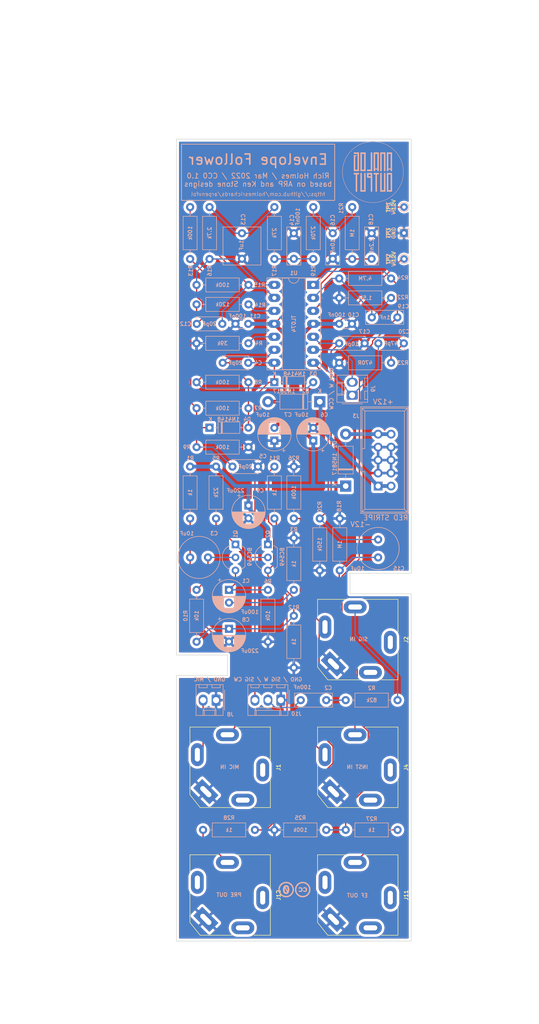
<source format=kicad_pcb>
(kicad_pcb (version 20211014) (generator pcbnew)
  (layers (0 "F.Cu" signal) (31 "B.Cu" signal) (34 "B.Paste" user) (35 "F.Paste" user) (36 "B.SilkS" user "B.Silkscreen") (37 "F.SilkS" user "F.Silkscreen") (38 "B.Mask" user) (39 "F.Mask" user) (44 "Edge.Cuts" user))
  (net 0 "")
  (net 1 "+12V")
  (net 2 "GND")
  (net 3 "-12V")
  (net 4 "/+12_IN")
  (net 5 "/-12_IN")
  (net 6 "Net-(C5-Pad1)")
  (net 7 "Net-(C8-Pad1)")
  (net 8 "Net-(C1-Pad1)")
  (net 9 "Net-(C13-Pad1)")
  (net 10 "Net-(C1-Pad2)")
  (net 11 "Net-(C2-Pad1)")
  (net 12 "Net-(C12-Pad2)")
  (net 13 "Net-(D3-Pad2)")
  (net 14 "/MIC_IN")
  (net 15 "Net-(C14-Pad1)")
  (net 16 "Net-(C3-Pad2)")
  (net 17 "SIGNAL_AC")
  (net 18 "Net-(C4-Pad2)")
  (net 19 "SIGNAL_ATT")
  (net 20 "Net-(C15-Pad2)")
  (net 21 "/INST_IN")
  (net 22 "MIC")
  (net 23 "/SIGNAL_IN")
  (net 24 "/EF_OUT")
  (net 25 "/PRE_OUT")
  (net 26 "Net-(C16-Pad1)")
  (net 27 "Net-(C18-Pad1)")
  (net 28 "GAIN_CCW")
  (net 29 "Net-(C20-Pad1)")
  (net 30 "Net-(C20-Pad2)")
  (net 31 "MIC_OUT")
  (net 32 "Net-(R4-Pad1)")
  (net 33 "Net-(C12-Pad1)")
  (net 34 "Net-(R14-Pad1)")
  (net 35 "Net-(Q1-Pad1)")
  (net 36 "GAIN_W")
  (footprint "ao_tht:Jack_6.35mm_PJ_629HAN_slots" (layer "F.Cu") (at 87.5 150 -90)
    (fp_text reference "J1")
    (fp_text value "AudioJack2_SwitchT")
  )
  (footprint "ao_tht:Jack_6.35mm_PJ_629HAN_slots" (layer "F.Cu") (at 87.5 175 -90)
    (fp_text reference "J12")
    (fp_text value "AudioJack2")
  )
  (footprint "arpenvfol:arpenvfol_panel_holes" (layer "F.Cu") (at 100 100)
    (fp_text reference "GRAF1" hide)
    (fp_text value "Holes" hide)
  )
  (footprint "ao_tht:Jack_6.35mm_PJ_629HAN_slots" (layer "F.Cu") (at 112.5 125 -90)
    (fp_text reference "J2")
    (fp_text value "AudioJack2_SwitchT")
  )
  (footprint "ao_tht:Jack_6.35mm_PJ_629HAN_slots" (layer "F.Cu") (at 112.5 175 -90)
    (fp_text reference "J11")
    (fp_text value "AudioJack2")
  )
  (footprint "ao_tht:Jack_6.35mm_PJ_629HAN_slots" (layer "F.Cu") (at 112.5 150 -90)
    (fp_text reference "J4")
    (fp_text value "AudioJack2_SwitchT")
  )
  (footprint "ao_tht:C_Disc_D5.0mm_W2.5mm_P5.00mm" (layer "B.Cu") (at 108.88 66.98)
    (fp_text reference "C17")
    (fp_text value "10pF")
  )
  (footprint "ao_tht:TO-92_Inline_Wide" (layer "B.Cu") (at 88.57 106.35 -90)
    (fp_text reference "Q1")
    (fp_text value "BC549")
  )
  (footprint "ao_tht:R_Axial_DIN0207_L6.3mm_D2.5mm_P10.16mm_Horizontal" (layer "B.Cu") (at 119.05 58.09 180)
    (fp_text reference "R22")
    (fp_text value "1.5M")
  )
  (footprint "ao_tht:R_Axial_DIN0207_L6.3mm_D2.5mm_P10.16mm_Horizontal" (layer "B.Cu") (at 84.76 91.11 -90)
    (fp_text reference "R5")
    (fp_text value "22k")
  )
  (footprint "ao_tht:D_DO-41_SOD81_P10.16mm_Horizontal" (layer "B.Cu") (at 105.08 78.41 180)
    (fp_text reference "D2")
    (fp_text value "1N5817")
  )
  (footprint "ao_tht:CP_Radial_D6.3mm_P2.50mm" (layer "B.Cu") (at 103.81 86.03 90)
    (fp_text reference "C6")
    (fp_text value "10uF")
  )
  (footprint "ao_tht:R_Axial_DIN0207_L6.3mm_D2.5mm_P10.16mm_Horizontal" (layer "B.Cu") (at 91.11 79.68 180)
    (fp_text reference "R7")
    (fp_text value "100k")
  )
  (footprint "ao_tht:R_Axial_DIN0207_L6.3mm_D2.5mm_P10.16mm_Horizontal" (layer "B.Cu") (at 119.05 54.28 180)
    (fp_text reference "R24")
    (fp_text value "4.7M")
  )
  (footprint "ao_tht:R_Axial_DIN0207_L6.3mm_D2.5mm_P10.16mm_Horizontal" (layer "B.Cu") (at 79.68 40.31 -90)
    (fp_text reference "R13")
    (fp_text value "100k")
  )
  (footprint "ao_tht:Molex_KK-254_AE-6410-02A_1x02_P2.54mm_Vertical" (layer "B.Cu") (at 84.76 136.83 180)
    (fp_text reference "J8")
    (fp_text value "2_pin_Molex_header")
  )
  (footprint "ao_tht:R_Axial_DIN0207_L6.3mm_D2.5mm_P10.16mm_Horizontal" (layer "B.Cu") (at 80.95 55.55)
    (fp_text reference "R15")
    (fp_text value "100k")
  )
  (footprint "ao_tht:C_Radial_D8.0mm_H11.5mm_P3.50mm" (layer "B.Cu") (at 79.68 108.89)
    (fp_text reference "C3")
    (fp_text value "10uF")
  )
  (footprint "ao_tht:R_Axial_DIN0207_L6.3mm_D2.5mm_P10.16mm_Horizontal" (layer "B.Cu") (at 109 111.43 90)
    (fp_text reference "R18")
    (fp_text value "1M")
  )
  (footprint "ao_tht:CP_Radial_D6.3mm_P2.50mm" (layer "B.Cu") (at 91.11 98.73 -90)
    (fp_text reference "C9")
    (fp_text value "220uF")
  )
  (footprint "ao_tht:CP_Radial_D6.3mm_P2.50mm" (layer "B.Cu") (at 87.3 122.86 -90)
    (fp_text reference "C8")
    (fp_text value "220uF")
  )
  (footprint "ao_tht:TestPoint_THTPad_D1.5mm_Drill0.7mm" (layer "B.Cu") (at 121.59 40.31 -90)
    (fp_text reference "TP1")
    (fp_text value "-12V")
  )
  (footprint "ao_tht:R_Axial_DIN0207_L6.3mm_D2.5mm_P10.16mm_Horizontal" (layer "B.Cu") (at 100 115.24 90)
    (fp_text reference "R3")
    (fp_text value "1k")
  )
  (footprint "ao_tht:R_Axial_DIN0207_L6.3mm_D2.5mm_P10.16mm_Horizontal" (layer "B.Cu") (at 106.35 162.23 180)
    (fp_text reference "R25")
    (fp_text value "100k")
  )
  (footprint "ao_tht:C_Rect_L7.2mm_W7.2mm_P5.00mm_FKS2_FKP2_MKS2_MKP2" (layer "B.Cu") (at 89.84 45.43 -90)
    (fp_text reference "C13")
    (fp_text value "1uF")
  )
  (footprint "ao_tht:R_Axial_DIN0207_L6.3mm_D2.5mm_P10.16mm_Horizontal" (layer "B.Cu") (at 91.11 59.36 180)
    (fp_text reference "R14")
    (fp_text value "120k")
  )
  (footprint "ao_tht:C_Disc_D5.0mm_W2.5mm_P5.00mm" (layer "B.Cu") (at 85.99 63.17 180)
    (fp_text reference "C12")
    (fp_text value "20pF")
  )
  (footprint "ao_tht:D_DO-41_SOD81_P10.16mm_Horizontal" (layer "B.Cu") (at 110.16 94.92 90)
    (fp_text reference "D1")
    (fp_text value "1N5817")
  )
  (footprint "ao_tht:C_Rect_L7.2mm_W2.5mm_P5.00mm_FKS2_FKP2_MKS2_MKP2" (layer "B.Cu") (at 115.24 50.43 90)
    (fp_text reference "C18")
    (fp_text value "2.2nF")
  )
  (footprint "ao_tht:R_Axial_DIN0207_L6.3mm_D2.5mm_P10.16mm_Horizontal" (layer "B.Cu") (at 108.89 70.79)
    (fp_text reference "R23")
    (fp_text value "470R")
  )
  (footprint "ao_tht:C_Rect_L7.2mm_W2.5mm_P5.00mm_FKS2_FKP2_MKS2_MKP2" (layer "B.Cu") (at 115.28 61.9)
    (fp_text reference "C20")
    (fp_text value "1nF")
  )
  (footprint "ao_tht:C_Disc_D5.0mm_W2.5mm_P5.00mm" (layer "B.Cu") (at 121.55 66.98 180)
    (fp_text reference "C19")
    (fp_text value "47pF")
  )
  (footprint "ao_tht:CC0_logo" (layer "B.Cu") (at 100.127 173.914 180)
    (fp_text reference "GRAF3" hide)
    (fp_text value "CC0 logo" hide)
  )
  (footprint "ao_tht:TO-92_Inline_Wide" (layer "B.Cu") (at 94.92 106.35 -90)
    (fp_text reference "Q2")
    (fp_text value "BC549")
  )
  (footprint "ao_tht:Molex_KK-254_AE-6410-03A_1x03_P2.54mm_Vertical" (layer "B.Cu") (at 97.46 136.83 180)
    (fp_text reference "J10")
    (fp_text value "3_pin_Molex_header")
  )
  (footprint "ao_tht:CP_Radial_D6.3mm_P2.50mm" (layer "B.Cu") (at 87.3 115.24 -90)
    (fp_text reference "C1")
    (fp_text value "100uF")
  )
  (footprint "ao_tht:R_Axial_DIN0207_L6.3mm_D2.5mm_P10.16mm_Horizontal" (layer "B.Cu") (at 105.08 101.27 -90)
    (fp_text reference "R20")
    (fp_text value "150k")
  )
  (footprint "ao_tht:R_Axial_DIN0207_L6.3mm_D2.5mm_P10.16mm_Horizontal" (layer "B.Cu") (at 91.1 66.975 180)
    (fp_text reference "R4")
    (fp_text value "39k")
  )
  (footprint "ao_tht:R_Axial_DIN0207_L6.3mm_D2.5mm_P10.16mm_Horizontal" (layer "B.Cu") (at 92.38 162.23 180)
    (fp_text reference "R28")
    (fp_text value "1k")
  )
  (footprint "ao_tht:C_Disc_D3.0mm_W1.6mm_P2.50mm" (layer "B.Cu") (at 108.89 63.165)
    (fp_text reference "C10")
    (fp_text value "100nF")
  )
  (footprint "ao_tht:Power_Header" (layer "B.Cu") (at 116.51 94.92)
    (fp_text reference "J3")
    (fp_text value "Synth_power_2x5")
  )
  (footprint "ao_tht:C_Rect_L7.2mm_W2.5mm_P5.00mm_FKS2_FKP2_MKS2_MKP2" (layer "B.Cu") (at 107.62 45.43 -90)
    (fp_text reference "C16")
    (fp_text value "10nF")
  )
  (footprint "ao_tht:R_Axial_DIN0207_L6.3mm_D2.5mm_P10.16mm_Horizontal" (layer "B.Cu") (at 103.81 50.47 90)
    (fp_text reference "R19")
    (fp_text value "270k")
  )
  (footprint "ao_tht:R_Axial_DIN0207_L6.3mm_D2.5mm_P10.16mm_Horizontal" (layer "B.Cu") (at 94.92 115.24 -90)
    (fp_text reference "R6")
    (fp_text value "10k")
  )
  (footprint "ao_tht:D_DO-35_SOD27_P7.62mm_Horizontal" (layer "B.Cu") (at 96.18 74.595)
    (fp_text reference "D3")
    (fp_text value "1N4148")
  )
  (footprint "ao_tht:R_Axial_DIN0207_L6.3mm_D2.5mm_P10.16mm_Horizontal" (layer "B.Cu") (at 120.32 136.83 180)
    (fp_text reference "R2")
    (fp_text value "82k")
  )
  (footprint "ao_tht:C_Rect_L7.2mm_W2.5mm_P5.00mm_FKS2_FKP2_MKS2_MKP2" (layer "B.Cu") (at 100 50.43 90)
    (fp_text reference "C14")
    (fp_text value "100nF")
  )
  (footprint "ao_tht:R_Axial_DIN0207_L6.3mm_D2.5mm_P10.16mm_Horizontal" (layer "B.Cu") (at 96.19 40.31 -90)
    (fp_text reference "R17")
    (fp_text value "27k")
  )
  (footprint "ao_tht:R_Axial_DIN0207_L6.3mm_D2.5mm_P10.16mm_Horizontal" (layer "B.Cu") (at 79.68 91.11 -90)
    (fp_text reference "R1")
    (fp_text value "1k")
  )
  (footprint "ao_tht:C_Radial_D8.0mm_H11.5mm_P3.50mm" (layer "B.Cu") (at 116.51 108.89 90)
    (fp_text reference "C15")
    (fp_text value "10uF")
  )
  (footprint "ao_tht:Molex_KK-254_AE-6410-02A_1x02_P2.54mm_Vertical" (layer "B.Cu") (at 111.43 77.14 90)
    (fp_text reference "J9")
    (fp_text value "2_pin_Molex_header")
  )
  (footprint "ao_tht:R_Axial_DIN0207_L6.3mm_D2.5mm_P10.16mm_Horizontal" (layer "B.Cu") (at 110.16 162.23)
    (fp_text reference "R27")
    (fp_text value "1k")
  )
  (footprint "ao_tht:D_DO-35_SOD27_P7.62mm_Horizontal" (layer "B.Cu") (at 83.48 83.49)
    (fp_text reference "D4")
    (fp_text value "1N4148")
  )
  (footprint "ao_tht:R_Axial_DIN0207_L6.3mm_D2.5mm_P10.16mm_Horizontal" (layer "B.Cu") (at 100 120.32 -90)
    (fp_text reference "R12")
    (fp_text value "1k")
  )
  (footprint "ao_tht:C_Disc_D5.0mm_W2.5mm_P5.00mm" (layer "B.Cu") (at 87.975 91.11)
    (fp_text reference "C5")
    (fp_text value "20pF")
  )
  (footprint "ao_tht:R_Axial_DIN0207_L6.3mm_D2.5mm_P10.16mm_Horizontal" (layer "B.Cu") (at 111.43 40.31 -90)
    (fp_text reference "R21")
    (fp_text value "1M")
  )
  (footprint "ao_tht:CP_Radial_D6.3mm_P2.50mm" (layer "B.Cu") (at 96.19 86.03 90)
    (fp_text reference "C7")
    (fp_text value "10uF")
  )
  (footprint "ao_tht:R_Axial_DIN0207_L6.3mm_D2.5mm_P10.16mm_Horizontal" (layer "B.Cu") (at 96.19 91.11 -90)
    (fp_text reference "R11")
    (fp_text value "1k")
  )
  (footprint "ao_tht:R_Axial_DIN0207_L6.3mm_D2.5mm_P10.16mm_Horizontal" (layer "B.Cu") (at 83.49 50.47 90)
    (fp_text reference "R16")
    (fp_text value "2.7k")
  )
  (footprint "ao_tht:C_Disc_D5.0mm_W2.5mm_P5.00mm" (layer "B.Cu") (at 86.07 70.79)
    (fp_text reference "C4")
    (fp_text value "20pF")
  )
  (footprint "ao_tht:R_Axial_DIN0207_L6.3mm_D2.5mm_P10.16mm_Horizontal" (layer "B.Cu") (at 100 101.27 90)
    (fp_text reference "R26")
    (fp_text value "100k")
  )
  (footprint "ao_tht:R_Axial_DIN0207_L6.3mm_D2.5mm_P10.16mm_Horizontal" (layer "B.Cu") (at 91.11 87.3 180)
    (fp_text reference "R9")
    (fp_text value "100k")
  )
  (footprint "ao_tht:analogoutput_12mm" (layer "B.Cu") (at 115.494 33.452 180)
    (fp_text reference "GRAF2" hide)
    (fp_text value "AO logo" hide)
  )
  (footprint "ao_tht:R_Axial_DIN0207_L6.3mm_D2.5mm_P10.16mm_Horizontal" (layer "B.Cu") (at 80.94 74.595)
    (fp_text reference "R8")
    (fp_text value "100k")
  )
  (footprint "ao_tht:TestPoint_THTPad_1.5x1.5mm_Drill0.7mm" (layer "B.Cu") (at 121.59 45.39 -90)
    (fp_text reference "TP3")
    (fp_text value "GND")
  )
  (footprint "ao_tht:R_Axial_DIN0207_L6.3mm_D2.5mm_P10.16mm_Horizontal" (layer "B.Cu") (at 80.95 115.24 -90)
    (fp_text reference "R10")
    (fp_text value "10k")
  )
  (footprint "ao_tht:TestPoint_THTPad_D1.5mm_Drill0.7mm" (layer "B.Cu") (at 121.59 50.47 -90)
    (fp_text reference "TP2")
    (fp_text value "+12V")
  )
  (footprint "ao_tht:DIP-14_W7.62mm_Socket_LongPads" (layer "B.Cu") (at 103.8 55.545 180)
    (fp_text reference "U1")
    (fp_text value "TL074")
  )
  (footprint "ao_tht:C_Disc_D3.0mm_W1.6mm_P2.50mm" (layer "B.Cu") (at 88.57 63.165)
    (fp_text reference "C11")
    (fp_text value "100nF")
  )
  (footprint "ao_tht:C_Rect_L7.2mm_W2.5mm_P5.00mm_FKS2_FKP2_MKS2_MKP2" (layer "B.Cu") (at 106.35 136.83 180)
    (fp_text reference "C2")
    (fp_text value "100nF")
  )
  (gr_rect (start 108 28) (end 78 39) (layer "B.SilkS") (width 0.15) (fill none))
  (gr_line (start 111 112) (end 111 116) (layer "Edge.Cuts") (width 0.1))
  (gr_line (start 123 27) (end 77 27) (layer "Edge.Cuts") (width 0.1))
  (gr_line (start 87 128) (end 77 128) (layer "Edge.Cuts") (width 0.1))
  (gr_line (start 123 112) (end 123 27) (layer "Edge.Cuts") (width 0.1))
  (gr_line (start 87 132) (end 77 132) (layer "Edge.Cuts") (width 0.1))
  (gr_line (start 111 116) (end 123 116) (layer "Edge.Cuts") (width 0.1))
  (gr_line (start 87 128) (end 87 132) (layer "Edge.Cuts") (width 0.1))
  (gr_line (start 123 184) (end 123 116) (layer "Edge.Cuts") (width 0.1))
  (gr_line (start 77 132) (end 77 184) (layer "Edge.Cuts") (width 0.1))
  (gr_line (start 123 112) (end 111 112) (layer "Edge.Cuts") (width 0.1))
  (gr_line (start 77 128) (end 77 128) (layer "Edge.Cuts") (width 0.1))
  (gr_line (start 77 27) (end 77 128) (layer "Edge.Cuts") (width 0.1))
  (gr_line (start 77 184) (end 123 184) (layer "Edge.Cuts") (width 0.1))
  (gr_text "Rich Holmes / Mar 2022 / CC0 1.0\nbased on ARP and Ken Stone designs" (at 93 35) (layer "B.SilkS") (effects (font (size 1 1)) (justify mirror)))
  (gr_text "MIC IN" (at 87.427 149.911) (layer "B.SilkS") (effects (font (size 0.75 0.75)) (justify mirror)))
  (gr_text "EF OUT" (at 112.446 175.057) (layer "B.SilkS") (effects (font (size 0.75 0.75)) (justify mirror)))
  (gr_text "Envelope Follower" (at 93 31) (layer "B.SilkS") (effects (font (size 2 2) (thickness 0.3)) (justify mirror)))
  (gr_text "PRE OUT" (at 87.3 174.93) (layer "B.SilkS") (effects (font (size 0.75 0.75)) (justify mirror)))
  (gr_text "GND / SIG W / SIG CW" (at 94.92 132.766) (layer "B.SilkS") (effects (font (size 0.75 0.75)) (justify mirror)))
  (gr_text "SIG IN" (at 112.7 124.892) (layer "B.SilkS") (effects (font (size 0.75 0.75)) (justify mirror)))
  (gr_text "INST IN" (at 112.446 149.911) (layer "B.SilkS") (effects (font (size 0.75 0.75)) (justify mirror)))
  (gr_text "GND / MIC" (at 83.49 132.766) (layer "B.SilkS") (effects (font (size 0.75 0.75)) (justify mirror)))
  (gr_text "https://github.com/holmesrichards/arpenvfol" (at 93 37.77) (layer "B.SilkS") (effects (font (size 0.75 0.75) (thickness 0.1)) (justify mirror)))
  (gr_text "GAIN W / CCW" (at 107.366 75.87 90) (layer "B.SilkS") (effects (font (size 0.75 0.75)) (justify mirror)))
  (segment (start 101.97548 84.19548) (end 103.81 86.03) (width 0.75) (layer "F.Cu") (net 1))
  (segment (start 103.8 63.165) (end 101.97548 64.98952) (width 0.75) (layer "F.Cu") (net 1))
  (segment (start 121.19899 50.47) (end 108.89 62.77899) (width 0.25) (layer "F.Cu") (net 1))
  (segment (start 101.97548 64.98952) (end 101.97548 84.19548) (width 0.75) (layer "F.Cu") (net 1))
  (segment (start 91.11 99.215436) (end 91.11 98.73) (width 0.75) (layer "B.Cu") (net 1))
  (segment (start 91.11 94.92) (end 91.11 98.73) (width 0.75) (layer "B.Cu") (net 1))
  (segment (start 94.92 106.35) (end 94.92 103.025436) (width 0.75) (layer "B.Cu") (net 1))
  (segment (start 94.92 103.025436) (end 91.11 99.215436) (width 0.75) (layer "B.Cu") (net 1))
  (segment (start 88.57 94.92) (end 84.76 91.11) (width 0.75) (layer "B.Cu") (net 1))
  (segment (start 84.76 91.11) (end 79.68 91.11) (width 0.75) (layer "B.Cu") (net 1))
  (segment (start 103.81 94.92) (end 91.11 94.92) (width 0.75) (layer "B.Cu") (net 1))
  (segment (start 110.16 94.92) (end 103.81 94.92) (width 0.75) (layer "B.Cu") (net 1))
  (segment (start 103.81 94.92) (end 103.81 86.03) (width 0.75) (layer "B.Cu") (net 1))
  (segment (start 103.8 63.165) (end 108.89 63.165) (width 0.75) (layer "B.Cu") (net 1))
  (segment (start 91.11 94.92) (end 88.57 94.92) (width 0.75) (layer "B.Cu") (net 1))
  (segment (start 102.225489 57.119511) (end 102.225489 54.163501) (width 0.25) (layer "F.Cu") (net 3))
  (segment (start 98.222 78.537) (end 98.222 81.498) (width 0.75) (layer "F.Cu") (net 3))
  (segment (start 98.222 78.537) (end 98.095 78.41) (width 0.75) (layer "F.Cu") (net 3))
  (segment (start 96.18 63.165) (end 102.225489 57.119511) (width 0.25) (layer "F.Cu") (net 3))
  (segment (start 98.222 65.207) (end 98.222 78.537) (width 0.75) (layer "F.Cu") (net 3))
  (segment (start 102.225489 54.163501) (end 116.07899 40.31) (width 0.25) (layer "F.Cu") (net 3))
  (segment (start 98.222 81.498) (end 96.19 83.53) (width 0.75) (layer "F.Cu") (net 3))
  (segment (start 96.18 63.165) (end 98.222 65.207) (width 0.75) (layer "F.Cu") (net 3))
  (segment (start 116.07899 40.31) (end 121.59 40.31) (width 0.25) (layer "F.Cu") (net 3))
  (segment (start 98.095 78.41) (end 94.92 78.41) (width 0.75) (layer "F.Cu") (net 3))
  (segment (start 91.07 63.165) (end 96.18 63.165) (width 0.75) (layer "B.Cu") (net 3))
  (segment (start 119.05 84.76) (end 116.51 84.76) (width 0.75) (layer "B.Cu") (net 4))
  (segment (start 116.51 84.76) (end 110.16 84.76) (width 0.75) (layer "B.Cu") (net 4))
  (segment (start 105.234511 83.644511) (end 105.234511 78.564511) (width 0.75) (layer "B.Cu") (net 5))
  (segment (start 116.51 94.92) (end 105.234511 83.644511) (width 0.75) (layer "B.Cu") (net 5))
  (segment (start 119.05 94.92) (end 116.51 94.92) (width 0.75) (layer "B.Cu") (net 5))
  (segment (start 80.95 83.49) (end 80.95 87.3) (width 0.25) (layer "F.Cu") (net 6))
  (segment (start 80.95 61.011) (end 79.815489 62.145511) (width 0.25) (layer "F.Cu") (net 6))
  (segment (start 79.815489 62.145511) (end 79.815489 78.545489) (width 0.25) (layer "F.Cu") (net 6))
  (segment (start 79.815489 78.545489) (end 80.95 79.68) (width 0.25) (layer "F.Cu") (net 6))
  (segment (start 80.95 59.36) (end 80.95 61.011) (width 0.25) (layer "F.Cu") (net 6))
  (segment (start 80.95 79.68) (end 80.95 83.49) (width 0.25) (layer "F.Cu") (net 6))
  (segment (start 80.95 83.49) (end 83.48 83.49) (width 0.25) (layer "F.Cu") (net 6))
  (segment (start 80.95 87.3) (end 84.165 87.3) (width 0.25) (layer "B.Cu") (net 6))
  (segment (start 84.165 87.3) (end 87.975 91.11) (width 0.25) (layer "B.Cu") (net 6))
  (segment (start 100 116.8303) (end 100 120.32) (width 0.25) (layer "F.Cu") (net 7))
  (segment (start 96.571 113.4013) (end 100 116.8303) (width 0.25) (layer "F.Cu") (net 7))
  (segment (start 96.571 101.651) (end 96.571 113.4013) (width 0.25) (layer "F.Cu") (net 7))
  (segment (start 87.3 122.86) (end 97.46 122.86) (width 0.25) (layer "B.Cu") (net 7))
  (segment (start 83.49 122.86) (end 80.95 125.4) (width 0.25) (layer "B.Cu") (net 7))
  (segment (start 87.3 122.86) (end 83.49 122.86) (width 0.25) (layer "B.Cu") (net 7))
  (segment (start 97.46 122.86) (end 100 120.32) (width 0.25) (layer "B.Cu") (net 7))
  (segment (start 88.57 111.43) (end 88.57 113.97) (width 0.25) (layer "F.Cu") (net 8))
  (segment (start 88.57 113.97) (end 87.3 115.24) (width 0.25) (layer "F.Cu") (net 8))
  (segment (start 94.92 115.24) (end 87.3 115.24) (width 0.25) (layer "B.Cu") (net 8))
  (segment (start 89.84 45.43) (end 91.07 45.43) (width 0.25) (layer "B.Cu") (net 9))
  (segment (start 83.49 40.31) (end 88.61 45.43) (width 0.25) (layer "B.Cu") (net 9))
  (segment (start 88.61 45.43) (end 89.84 45.43) (width 0.25) (layer "B.Cu") (net 9))
  (segment (start 91.07 45.43) (end 96.19 40.31) (width 0.25) (layer "B.Cu") (net 9))
  (segment (start 97.5 117.74) (end 100 115.24) (width 0.25) (layer "B.Cu") (net 10))
  (segment (start 87.3 117.74) (end 97.5 117.74) (width 0.25) (layer "B.Cu") (net 10))
  (segment (start 110.16 136.83) (end 106.35 136.83) (width 0.25) (layer "B.Cu") (net 11))
  (segment (start 82.074511 62.085489) (end 80.99 63.17) (width 0.25) (layer "F.Cu") (net 12))
  (segment (start 82.074511 58.894211) (end 82.074511 62.085489) (width 0.25) (layer "F.Cu") (net 12))
  (segment (start 81.415789 58.235489) (end 82.074511 58.894211) (width 0.25) (layer "F.Cu") (net 12))
  (segment (start 80.95 55.55) (end 80.95 57.836) (width 0.25) (layer "F.Cu") (net 12))
  (segment (start 81.349489 58.235489) (end 81.415789 58.235489) (width 0.25) (layer "F.Cu") (net 12))
  (segment (start 80.95 57.836) (end 81.349489 58.235489) (width 0.25) (layer "F.Cu") (net 12))
  (segment (start 93.264 55.545) (end 88.189 50.47) (width 0.25) (layer "B.Cu") (net 12))
  (segment (start 80.95 55.55) (end 80.95 53.01) (width 0.25) (layer "B.Cu") (net 12))
  (segment (start 96.18 55.545) (end 93.264 55.545) (width 0.25) (layer "B.Cu") (net 12))
  (segment (start 88.189 50.47) (end 83.49 50.47) (width 0.25) (layer "B.Cu") (net 12))
  (segment (start 80.95 53.01) (end 83.49 50.47) (width 0.25) (layer "B.Cu") (net 12))
  (segment (start 80.94 74.595) (end 82.79651 72.73849) (width 0.25) (layer "F.Cu") (net 13))
  (segment (start 82.79651 53.58651) (end 79.68 50.47) (width 0.25) (layer "F.Cu") (net 13))
  (segment (start 82.79651 72.73849) (end 82.79651 53.58651) (width 0.25) (layer "F.Cu") (net 13))
  (segment (start 103.8 74.595) (end 102.675489 75.719511) (width 0.25) (layer "B.Cu") (net 13))
  (segment (start 102.675489 75.719511) (end 82.064511 75.719511) (width 0.25) (layer "B.Cu") (net 13))
  (segment (start 82.064511 75.719511) (end 80.94 74.595) (width 0.25) (layer "B.Cu") (net 13))
  (segment (start 79.68 119.3303) (end 79.68 108.89) (width 0.25) (layer "F.Cu") (net 14))
  (segment (start 86.860511 126.484511) (end 86.834211 126.484511) (width 0.25) (layer "F.Cu") (net 14))
  (segment (start 86.834211 126.484511) (end 79.68 119.3303) (width 0.25) (layer "F.Cu") (net 14))
  (segment (start 87 143.6) (end 88.443 142.157) (width 0.25) (layer "F.Cu") (net 14))
  (segment (start 88.443 128.067) (end 86.860511 126.484511) (width 0.25) (layer "F.Cu") (net 14))
  (segment (start 88.443 142.157) (end 88.443 128.067) (width 0.25) (layer "F.Cu") (net 14))
  (segment (start 79.68 101.27) (end 79.68 108.89) (width 0.25) (layer "F.Cu") (net 14))
  (segment (start 100 50.43) (end 103.77 50.43) (width 0.25) (layer "B.Cu") (net 15))
  (segment (start 96.19 50.47) (end 99.96 50.47) (width 0.25) (layer "B.Cu") (net 15))
  (segment (start 83.18 113.01) (end 80.95 115.24) (width 0.25) (layer "F.Cu") (net 16))
  (segment (start 83.18 108.89) (end 83.18 113.01) (width 0.25) (layer "F.Cu") (net 16))
  (segment (start 88.57 108.89) (end 83.18 108.89) (width 0.25) (layer "B.Cu") (net 16))
  (segment (start 99.92548 138.25452) (end 96.34452 138.25452) (width 0.25) (layer "B.Cu") (net 17))
  (segment (start 101.35 136.83) (end 99.92548 138.25452) (width 0.25) (layer "B.Cu") (net 17))
  (segment (start 96.34452 138.25452) (end 94.92 136.83) (width 0.25) (layer "B.Cu") (net 17))
  (segment (start 92.234511 77.490489) (end 92.234511 81.222489) (width 0.25) (layer "F.Cu") (net 18))
  (segment (start 96.18 70.785) (end 96.18 74.595) (width 0.25) (layer "F.Cu") (net 18))
  (segment (start 96.18 74.595) (end 95.13 74.595) (width 0.25) (layer "F.Cu") (net 18))
  (segment (start 95.13 74.595) (end 92.234511 77.490489) (width 0.25) (layer "F.Cu") (net 18))
  (segment (start 91.1 82.357) (end 91.1 83.49) (width 0.25) (layer "F.Cu") (net 18))
  (segment (start 92.234511 81.222489) (end 91.1 82.357) (width 0.25) (layer "F.Cu") (net 18))
  (segment (start 91.07 70.79) (end 96.175 70.79) (width 0.25) (layer "B.Cu") (net 18))
  (segment (start 89.975489 82.719511) (end 89.975489 91.245489) (width 0.25) (layer "F.Cu") (net 19))
  (segment (start 92.38 93.65) (end 92.38 136.83) (width 0.25) (layer "F.Cu") (net 19))
  (segment (start 91.11 79.68) (end 91.11 81.585) (width 0.25) (layer "F.Cu") (net 19))
  (segment (start 91.11 81.585) (end 89.975489 82.719511) (width 0.25) (layer "F.Cu") (net 19))
  (segment (start 86.07 70.79) (end 87.295 70.79) (width 0.25) (layer "F.Cu") (net 19))
  (segment (start 91.1 74.595) (end 91.1 79.67) (width 0.25) (layer "F.Cu") (net 19))
  (segment (start 87.295 70.79) (end 91.1 74.595) (width 0.25) (layer "F.Cu") (net 19))
  (segment (start 89.975489 91.245489) (end 92.38 93.65) (width 0.25) (layer "F.Cu") (net 19))
  (segment (start 87.213 69.647) (end 86.07 70.79) (width 0.25) (layer "B.Cu") (net 19))
  (segment (start 96.18 68.245) (end 94.778 69.647) (width 0.25) (layer "B.Cu") (net 19))
  (segment (start 94.778 69.647) (end 87.213 69.647) (width 0.25) (layer "B.Cu") (net 19))
  (segment (start 107.30751 99.04249) (end 105.08 101.27) (width 0.25) (layer "F.Cu") (net 20))
  (segment (start 108.88 66.98) (end 107.30751 68.55249) (width 0.25) (layer "F.Cu") (net 20))
  (segment (start 107.30751 68.55249) (end 107.30751 99.04249) (width 0.25) (layer "F.Cu") (net 20))
  (segment (start 109.2 105.39) (end 116.51 105.39) (width 0.25) (layer "B.Cu") (net 20))
  (segment (start 105.075 66.98) (end 103.8 65.705) (width 0.25) (layer "B.Cu") (net 20))
  (segment (start 105.08 101.27) (end 109.2 105.39) (width 0.25) (layer "B.Cu") (net 20))
  (segment (start 108.88 66.98) (end 105.075 66.98) (width 0.25) (layer "B.Cu") (net 20))
  (segment (start 108.89 111.54) (end 108.89 127.848037) (width 0.25) (layer "F.Cu") (net 21))
  (segment (start 111.97597 130.934007) (end 111.97597 143.57597) (width 0.25) (layer "F.Cu") (net 21))
  (segment (start 108.89 127.848037) (end 111.97597 130.934007) (width 0.25) (layer "F.Cu") (net 21))
  (segment (start 111.54 108.89) (end 116.51 108.89) (width 0.25) (layer "B.Cu") (net 21))
  (segment (start 109 111.43) (end 111.54 108.89) (width 0.25) (layer "B.Cu") (net 21))
  (segment (start 82.22 146.38) (end 81.1 147.5) (width 0.25) (layer "F.Cu") (net 22))
  (segment (start 82.22 136.83) (end 82.22 146.38) (width 0.25) (layer "F.Cu") (net 22))
  (segment (start 112 124.064296) (end 112 118.6) (width 0.25) (layer "B.Cu") (net 23))
  (segment (start 120.32 136.83) (end 120.32 132.384296) (width 0.25) (layer "B.Cu") (net 23))
  (segment (start 120.32 132.384296) (end 112 124.064296) (width 0.25) (layer "B.Cu") (net 23))
  (segment (start 120.32 162.23) (end 118.37 162.23) (width 0.25) (layer "F.Cu") (net 24))
  (segment (start 118.37 162.23) (end 112 168.6) (width 0.25) (layer "F.Cu") (net 24))
  (segment (start 82.22 163.82) (end 87 168.6) (width 0.25) (layer "F.Cu") (net 25))
  (segment (start 82.22 162.23) (end 82.22 163.82) (width 0.25) (layer "F.Cu") (net 25))
  (segment (start 103.81 40.31) (end 103.81 41.62) (width 0.25) (layer "B.Cu") (net 26))
  (segment (start 103.81 41.62) (end 107.62 45.43) (width 0.25) (layer "B.Cu") (net 26))
  (segment (start 107.62 45.43) (end 111.43 41.62) (width 0.25) (layer "B.Cu") (net 26))
  (segment (start 111.43 41.62) (end 111.43 40.31) (width 0.25) (layer "B.Cu") (net 26))
  (segment (start 105.32452 55.30548) (end 105.32452 59.10048) (width 0.25) (layer "F.Cu") (net 27))
  (segment (start 105.32452 59.10048) (end 103.8 60.625) (width 0.25) (layer "F.Cu") (net 27))
  (segment (start 110.16 50.47) (end 111.43 50.47) (width 0.25) (layer "F.Cu") (net 27))
  (segment (start 105.32452 55.30548) (end 110.16 50.47) (width 0.25) (layer "F.Cu") (net 27))
  (segment (start 111.43 50.47) (end 115.2 50.47) (width 0.25) (layer "F.Cu") (net 27))
  (segment (start 106.731 73.716) (end 106.731 95.809) (width 0.25) (layer "F.Cu") (net 28))
  (segment (start 104.960606 143.133899) (end 107.67452 145.847813) (width 0.25) (layer "F.Cu") (net 28))
  (segment (start 106.731 95.809) (end 101.27 101.27) (width 0.25) (layer "F.Cu") (net 28))
  (segment (start 103.8 70.785) (end 106.731 73.716) (width 0.25) (layer "F.Cu") (net 28))
  (segment (start 106.1 122.5) (end 104.960606 123.639394) (width 0.25) (layer "F.Cu") (net 28))
  (segment (start 101.27 117.67) (end 106.1 122.5) (width 0.25) (layer "F.Cu") (net 28))
  (segment (start 94.596707 162.23) (end 92.38 162.23) (width 0.25) (layer "F.Cu") (net 28))
  (segment (start 107.67452 149.152187) (end 94.596707 162.23) (width 0.25) (layer "F.Cu") (net 28))
  (segment (start 104.960606 123.639394) (end 104.960606 143.133899) (width 0.25) (layer "F.Cu") (net 28))
  (segment (start 107.67452 145.847813) (end 107.67452 149.152187) (width 0.25) (layer "F.Cu") (net 28))
  (segment (start 101.27 101.27) (end 101.27 117.67) (width 0.25) (layer "F.Cu") (net 28))
  (segment (start 101.27 101.27) (end 100 101.27) (width 0.25) (layer "F.Cu") (net 28))
  (segment (start 111.43 77.14) (end 116.55 72.02) (width 0.25) (layer "B.Cu") (net 28))
  (segment (start 105.075 70.785) (end 111.43 77.14) (width 0.25) (layer "B.Cu") (net 28))
  (segment (start 103.8 70.785) (end 105.075 70.785) (width 0.25) (layer "B.Cu") (net 28))
  (segment (start 116.55 72.02) (end 116.55 66.98) (width 0.25) (layer "B.Cu") (net 28))
  (segment (start 115.28 60.67) (end 108.89 54.28) (width 0.25) (layer "B.Cu") (net 29))
  (segment (start 115.28 61.9) (end 115.28 60.67) (width 0.25) (layer "B.Cu") (net 29))
  (segment (start 119.05 58.09) (end 115.28 61.86) (width 0.25) (layer "B.Cu") (net 29))
  (segment (start 107.605 54.28) (end 103.8 58.085) (width 0.25) (layer "B.Cu") (net 29))
  (segment (start 108.89 54.28) (end 107.605 54.28) (width 0.25) (layer "B.Cu") (net 29))
  (segment (start 120.28 55.51) (end 119.05 54.28) (width 0.25) (layer "F.Cu") (net 30))
  (segment (start 115.425489 67.048511) (end 112.827 69.647) (width 0.25) (layer "F.Cu") (net 30))
  (segment (start 120.28 61.9) (end 116.324511 65.855489) (width 0.25) (layer "F.Cu") (net 30))
  (segment (start 109.42548 127.747813) (end 112.425481 130.747814) (width 0.25) (layer "F.Cu") (net 30))
  (segment (start 110.16 158.013293) (end 110.16 162.23) (width 0.25) (layer "F.Cu") (net 30))
  (segment (start 112.425481 130.747814) (end 112.42548 140.798773) (width 0.25) (layer "F.Cu") (net 30))
  (segment (start 112.827 78.025493) (end 112.827 109.1933) (width 0.25) (layer "F.Cu") (net 30))
  (segment (start 112.85452 74.105214) (end 112.85452 77.997973) (width 0.25) (layer "F.Cu") (net 30))
  (segment (start 116.324511 65.855489) (end 116.084211 65.855489) (width 0.25) (layer "F.Cu") (net 30))
  (segment (start 112.827 109.1933) (end 109.42548 112.59482) (width 0.25) (layer "F.Cu") (net 30))
  (segment (start 115.425489 66.514211) (end 115.425489 67.048511) (width 0.25) (layer "F.Cu") (net 30))
  (segment (start 114.57452 153.598773) (end 110.16 158.013293) (width 0.25) (layer "F.Cu") (net 30))
  (segment (start 112.42548 140.798773) (end 114.57452 142.947813) (width 0.25) (layer "F.Cu") (net 30))
  (segment (start 112.85452 77.997973) (end 112.827 78.025493) (width 0.25) (layer "F.Cu") (net 30))
  (segment (start 109.42548 112.59482) (end 109.42548 127.747813) (width 0.25) (layer "F.Cu") (net 30))
  (segment (start 114.57452 142.947813) (end 114.57452 153.598773) (width 0.25) (layer "F.Cu") (net 30))
  (segment (start 112.827 69.647) (end 112.827 74.077694) (width 0.25) (layer "F.Cu") (net 30))
  (segment (start 112.827 74.077694) (end 112.85452 74.105214) (width 0.25) (layer "F.Cu") (net 30))
  (segment (start 120.28 61.9) (end 120.28 55.51) (width 0.25) (layer "F.Cu") (net 30))
  (segment (start 116.084211 65.855489) (end 115.425489 66.514211) (width 0.25) (layer "F.Cu") (net 30))
  (segment (start 117.653 52.883) (end 106.462 52.883) (width 0.25) (layer "B.Cu") (net 30))
  (segment (start 110.16 162.23) (end 106.35 162.23) (width 0.25) (layer "B.Cu") (net 30))
  (segment (start 119.05 54.28) (end 117.653 52.883) (width 0.25) (layer "B.Cu") (net 30))
  (segment (start 106.462 52.883) (end 103.8 55.545) (width 0.25) (layer "B.Cu") (net 30))
  (segment (start 98.661489 116.232149) (end 98.661489 140.061489) (width 0.25) (layer "F.Cu") (net 31))
  (segment (start 94.92 112.49066) (end 98.661489 116.232149) (width 0.25) (layer "F.Cu") (net 31))
  (segment (start 95.065489 92.234511) (end 95.065489 101.923489) (width 0.25) (layer "F.Cu") (net 31))
  (segment (start 96.044511 110.305489) (end 94.92 111.43) (width 0.25) (layer "F.Cu") (net 31))
  (segment (start 96.044511 102.902511) (end 96.044511 110.305489) (width 0.25) (layer "F.Cu") (net 31))
  (segment (start 96.19 91.11) (end 95.065489 92.234511) (width 0.25) (layer "F.Cu") (net 31))
  (segment (start 98.661489 140.061489) (end 106.1 147.5) (width 0.25) (layer "F.Cu") (net 31))
  (segment (start 94.92 111.43) (end 94.92 112.49066) (width 0.25) (layer "F.Cu") (net 31))
  (segment (start 95.065489 101.923489) (end 96.044511 102.902511) (width 0.25) (layer "F.Cu") (net 31))
  (segment (start 96.18 65.705) (end 92.37 65.705) (width 0.25) (layer "B.Cu") (net 32))
  (segment (start 92.37 65.705) (end 91.1 66.975) (width 0.25) (layer "B.Cu") (net 32))
  (segment (start 79.68 44.12) (end 79.68 40.31) (width 0.25) (layer "F.Cu") (net 33))
  (segment (start 91.11 55.55) (end 79.68 44.12) (width 0.25) (layer "F.Cu") (net 33))
  (segment (start 94.28 56.185) (end 91.745 56.185) (width 0.25) (layer "B.Cu") (net 33))
  (segment (start 91.11 55.55) (end 85.99 60.67) (width 0.25) (layer "B.Cu") (net 33))
  (segment (start 91.745 56.185) (end 91.11 55.55) (width 0.25) (layer "B.Cu") (net 33))
  (segment (start 85.99 60.67) (end 85.99 63.17) (width 0.25) (layer "B.Cu") (net 33))
  (segment (start 96.18 58.085) (end 94.28 56.185) (width 0.25) (layer "B.Cu") (net 33))
  (segment (start 96.18 60.625) (end 92.375 60.625) (width 0.25) (layer "B.Cu") (net 34))
  (segment (start 92.375 60.625) (end 91.11 59.36) (width 0.25) (layer "B.Cu") (net 34))
  (segment (start 84.76 102.54) (end 88.57 106.35) (width 0.25) (layer "F.Cu") (net 35))
  (segment (start 84.76 101.27) (end 84.76 102.54) (width 0.25) (layer "F.Cu") (net 35))
  (segment (start 91.11 108.89) (end 88.57 106.35) (width 0.25) (layer "B.Cu") (net 35))
  (segment (start 94.92 108.89) (end 91.11 108.89) (width 0.25) (layer "B.Cu") (net 35))
  (segment (start 119.04 69.49) (end 121.55 66.98) (width 0.25) (layer "F.Cu") (net 36))
  (segment (start 119.04 70.79) (end 119.04 69.49) (width 0.25) (layer "F.Cu") (net 36))
  (segment (start 120.425489 65.855489) (end 121.55 66.98) (width 0.25) (layer "B.Cu") (net 36))
  (segment (start 103.8 68.245) (end 109.2053 68.245) (width 0.25) (layer "B.Cu") (net 36))
  (segment (start 109.2053 68.245) (end 111.594811 65.855489) (width 0.25) (layer "B.Cu") (net 36))
  (segment (start 111.43 70.4697) (end 111.43 74.6) (width 0.25) (layer "B.Cu") (net 36))
  (segment (start 111.594811 65.855489) (end 120.425489 65.855489) (width 0.25) (layer "B.Cu") (net 36))
  (segment (start 109.2053 68.245) (end 111.43 70.4697) (width 0.25) (layer "B.Cu") (net 36))
  (zone (net 2) (net_name "GND") (layers F&B.Cu) (connect_pads (clearance 0.508)) (min_thickness 0.254) (fill yes (thermal_gap 0.508) (thermal_bridge_width 0.508))
    (polygon (pts (xy 123 112) (xy 111 112) (xy 111 116) (xy 123 116) (xy 123 184) (xy 77 184) (xy 77 132) (xy 87 132) (xy 87 128) (xy 77 128) (xy 77 27) (xy 123 27)))
  )
)
</source>
